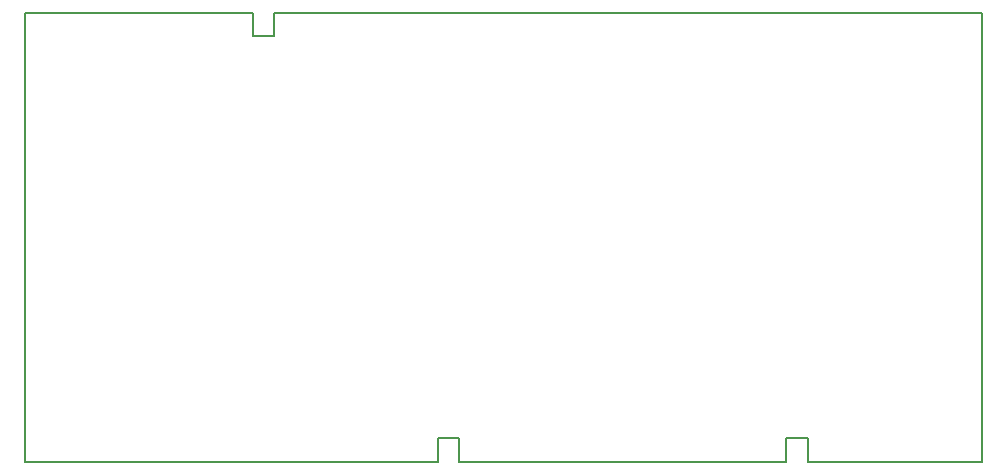
<source format=gbr>
%TF.GenerationSoftware,KiCad,Pcbnew,7.0.1*%
%TF.CreationDate,2023-06-12T22:14:20+07:00*%
%TF.ProjectId,Air Conditioner Energy Saver V7,41697220-436f-46e6-9469-74696f6e6572,rev?*%
%TF.SameCoordinates,Original*%
%TF.FileFunction,Profile,NP*%
%FSLAX46Y46*%
G04 Gerber Fmt 4.6, Leading zero omitted, Abs format (unit mm)*
G04 Created by KiCad (PCBNEW 7.0.1) date 2023-06-12 22:14:20*
%MOMM*%
%LPD*%
G01*
G04 APERTURE LIST*
%TA.AperFunction,Profile*%
%ADD10C,0.200000*%
%TD*%
G04 APERTURE END LIST*
D10*
X99000000Y-73300000D02*
X118250000Y-73300000D01*
X120050000Y-75300000D02*
X120050000Y-73300000D01*
X133950000Y-111300000D02*
X133950000Y-109300000D01*
X163450000Y-109300000D02*
X165250000Y-109300000D01*
X135750000Y-111300000D02*
X163450000Y-111300000D01*
X99000000Y-111300000D02*
X133950000Y-111300000D01*
X118250000Y-73300000D02*
X118250000Y-75300000D01*
X133950000Y-109300000D02*
X135750000Y-109300000D01*
X118250000Y-75300000D02*
X120050000Y-75300000D01*
X120050000Y-73300000D02*
X180000000Y-73300000D01*
X135750000Y-109300000D02*
X135750000Y-111300000D01*
X180000000Y-73300000D02*
X180000000Y-111300000D01*
X163450000Y-111300000D02*
X163450000Y-109300000D01*
X99000000Y-111300000D02*
X99000000Y-73300000D01*
X165250000Y-109300000D02*
X165250000Y-111300000D01*
X165250000Y-111300000D02*
X180000000Y-111300000D01*
M02*

</source>
